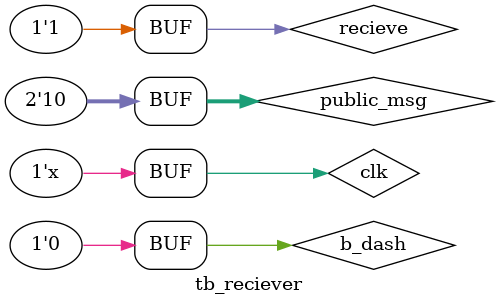
<source format=v>
`timescale 1ns / 1ps


module reciever_algo(
//input recieve,
input [1:0]public_msg,
input b_dash, //BOB'S base
input clk,
output reg base0,
output reg base1,
output clk_output,
output reg r0,
output reg r1,
output reg ignore
    );
    
clock_divide clk_div(clk,clk_output
    ); 
//reducing the frequency of clock for visible output on FPGA
//comment this when using simulation on computer

always @(posedge clk_output)
begin
    if(b_dash == 1'b0)
        begin
            base0 <= 1'b1;
            base1 <= 1'b0;
        end
    if(b_dash == 1'b1)
        begin
            base1 = 1'b1;
            base0 <= 1'b0;
        end
    if(public_msg == 2'b00)
        begin
            if(b_dash == 1'b0)
                begin
                    r0 <= 1'b1;
                    r1 <= 1'b0;
                    ignore <= 1'b0;
                end
            else
                begin
                    r0 <= 1'b0;
                    r1 <= 1'b0;
                    ignore <= 1'b1;
                end
        end
    else if(public_msg == 2'b01)
        begin
            if(b_dash == 1'b0)
                begin
                    r0 <= 1'b0;
                    r1 <= 1'b0;
                    ignore <= 1'b1;
                end
            else
                begin
                    r0 <= 1'b1;
                    r1 <= 1'b0;
                    ignore <= 1'b0;
                end
        end
    else if(public_msg == 2'b10)
        begin
            if(b_dash == 1'b0)
                begin
                    r0 <= 1'b0;
                    r1 <= 1'b1;
                    ignore <= 1'b0;
                end
            else
                begin
                    r0 <= 1'b0;
                    r1 <= 1'b0;
                    ignore <= 1'b1; 
                end
        end
    else if(public_msg == 2'b11)
        begin
            if(b_dash == 1'b0)
                begin
                    r0 <= 1'b0;
                    r1 <= 1'b0;
                    ignore <= 1'b1;
                end
            else
                begin
                    r0 <= 1'b0;
                    r1 <= 1'b1;
                    ignore <= 1'b0;
                end
        end
    end
endmodule


//test bench for above simulation

module tb_reciever;
reg recieve;
reg [1:0]public_msg;
reg b_dash;
reg clk;
wire base0;
wire base1;
wire r0;
wire r1;
wire ignore;

reciever_algo r1_algo(public_msg, b_dash, clk, base0, base1, r0,r1,ignore);

initial
begin
clk = 1'b0;
//send = 1'b1;
recieve = 1'b1;
#2 
public_msg = 2'b00;
b_dash = 1'b0;

#4
public_msg = 2'b10;
b_dash = 1'b1;

#4 
public_msg = 2'b11;
b_dash = 1'b1;

#4 
public_msg = 2'b00;
b_dash = 1'b1;

#4
public_msg = 2'b11;
b_dash = 1'b0;

#4 
public_msg = 2'b01;
b_dash = 1'b1;

#4 
public_msg = 2'b01;
b_dash = 1'b0;

#4 
public_msg = 2'b10;
b_dash = 1'b0;



end

always #2 clk = clk + 1'b1;

endmodule

</source>
